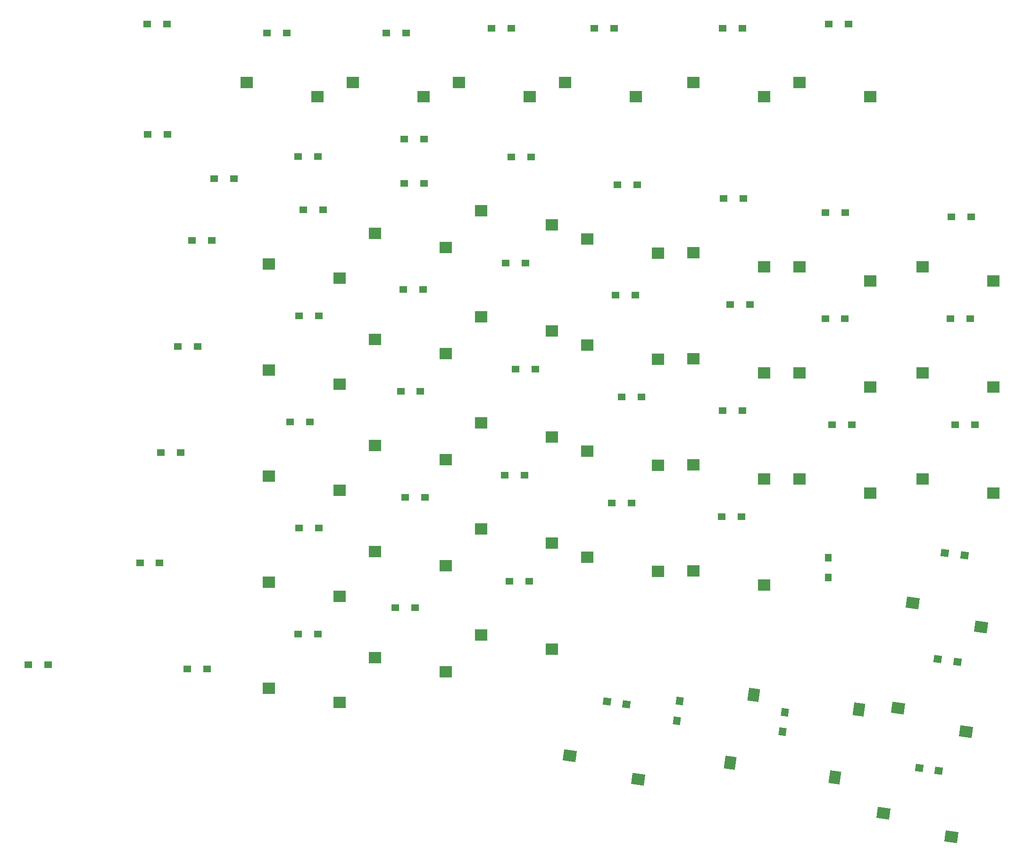
<source format=gbr>
%TF.GenerationSoftware,KiCad,Pcbnew,(6.0.5-0)*%
%TF.CreationDate,2023-01-14T19:39:34-08:00*%
%TF.ProjectId,ergodonk_pcb,6572676f-646f-46e6-9b5f-7063622e6b69,rev?*%
%TF.SameCoordinates,Original*%
%TF.FileFunction,Paste,Top*%
%TF.FilePolarity,Positive*%
%FSLAX46Y46*%
G04 Gerber Fmt 4.6, Leading zero omitted, Abs format (unit mm)*
G04 Created by KiCad (PCBNEW (6.0.5-0)) date 2023-01-14 19:39:34*
%MOMM*%
%LPD*%
G01*
G04 APERTURE LIST*
G04 Aperture macros list*
%AMRotRect*
0 Rectangle, with rotation*
0 The origin of the aperture is its center*
0 $1 length*
0 $2 width*
0 $3 Rotation angle, in degrees counterclockwise*
0 Add horizontal line*
21,1,$1,$2,0,0,$3*%
G04 Aperture macros list end*
%ADD10R,2.300000X2.000000*%
%ADD11R,1.400000X1.300000*%
%ADD12RotRect,2.300000X2.000000X82.000000*%
%ADD13RotRect,1.400000X1.300000X352.000000*%
%ADD14RotRect,2.300000X2.000000X352.000000*%
%ADD15RotRect,1.400000X1.300000X82.000000*%
%ADD16R,1.300000X1.400000*%
G04 APERTURE END LIST*
D10*
%TO.C,SWLH14*%
X107300000Y-60555000D03*
X120000000Y-63095000D03*
%TD*%
D11*
%TO.C,D50*%
X29556250Y-142031250D03*
X26006250Y-142031250D03*
%TD*%
D10*
%TO.C,SWLH33*%
X88250000Y-102655000D03*
X100950000Y-105195000D03*
%TD*%
D12*
%TO.C,SWLH57*%
X170826702Y-162317855D03*
X175109481Y-150094950D03*
%TD*%
D11*
%TO.C,D11*%
X58925000Y-65831250D03*
X55375000Y-65831250D03*
%TD*%
%TO.C,D53*%
X95437500Y-131825000D03*
X91887500Y-131825000D03*
%TD*%
D10*
%TO.C,SWLH35*%
X126350000Y-103655000D03*
X139050000Y-106195000D03*
%TD*%
D11*
%TO.C,D42*%
X78162500Y-117481250D03*
X74612500Y-117481250D03*
%TD*%
D13*
%TO.C,D58*%
X192800924Y-141504774D03*
X189285472Y-141010710D03*
%TD*%
D11*
%TO.C,D13*%
X97025000Y-55625000D03*
X93475000Y-55625000D03*
%TD*%
%TO.C,D54*%
X115900000Y-127031250D03*
X112350000Y-127031250D03*
%TD*%
D10*
%TO.C,SWLH12*%
X69200000Y-70055000D03*
X81900000Y-72595000D03*
%TD*%
%TO.C,SWLH43*%
X88250000Y-121705000D03*
X100950000Y-124245000D03*
%TD*%
%TO.C,SWLH2*%
X65200000Y-37505000D03*
X77900000Y-40045000D03*
%TD*%
D11*
%TO.C,D52*%
X77975000Y-136531250D03*
X74425000Y-136531250D03*
%TD*%
%TO.C,D3*%
X93818750Y-28575000D03*
X90268750Y-28575000D03*
%TD*%
%TO.C,D15*%
X135312500Y-55831250D03*
X131762500Y-55831250D03*
%TD*%
%TO.C,D36*%
X154175000Y-96431250D03*
X150625000Y-96431250D03*
%TD*%
%TO.C,D22*%
X78162500Y-79381250D03*
X74612500Y-79381250D03*
%TD*%
D10*
%TO.C,SWLH53*%
X88250000Y-140755000D03*
X100950000Y-143295000D03*
%TD*%
%TO.C,SWLH3*%
X84250000Y-37505000D03*
X96950000Y-40045000D03*
%TD*%
D11*
%TO.C,D_sol_1*%
X59343750Y-54768750D03*
X62893750Y-54768750D03*
%TD*%
D10*
%TO.C,SWLH45*%
X126350000Y-122705000D03*
X139050000Y-125245000D03*
%TD*%
D11*
%TO.C,D1*%
X50925000Y-26987500D03*
X47375000Y-26987500D03*
%TD*%
%TO.C,D6*%
X154175000Y-27781250D03*
X150625000Y-27781250D03*
%TD*%
D14*
%TO.C,SWLH68*%
X179494062Y-168691143D03*
X191716967Y-172973922D03*
%TD*%
D10*
%TO.C,SWLH27*%
X164450000Y-89605000D03*
X177150000Y-92145000D03*
%TD*%
%TO.C,SWLH4*%
X103300000Y-37505000D03*
X116000000Y-40045000D03*
%TD*%
D14*
%TO.C,SWLH65*%
X123231648Y-158379324D03*
X135454553Y-162662103D03*
%TD*%
D10*
%TO.C,SWLH22*%
X69200000Y-89105000D03*
X81900000Y-91645000D03*
%TD*%
D11*
%TO.C,D18*%
X195275000Y-61625000D03*
X191725000Y-61625000D03*
%TD*%
%TO.C,D27*%
X172606250Y-79881250D03*
X169056250Y-79881250D03*
%TD*%
D10*
%TO.C,SWLH16*%
X145400000Y-68055000D03*
X158100000Y-70595000D03*
%TD*%
D11*
%TO.C,D31*%
X53368750Y-103931250D03*
X49818750Y-103931250D03*
%TD*%
D14*
%TO.C,SWLH58*%
X182145309Y-149826536D03*
X194368214Y-154109315D03*
%TD*%
D10*
%TO.C,SWLH44*%
X107300000Y-117705000D03*
X120000000Y-120245000D03*
%TD*%
D11*
%TO.C,D46*%
X154000000Y-115481250D03*
X150450000Y-115481250D03*
%TD*%
%TO.C,D35*%
X136106250Y-93931250D03*
X132556250Y-93931250D03*
%TD*%
%TO.C,D17*%
X172618750Y-60831250D03*
X169068750Y-60831250D03*
%TD*%
%TO.C,D21*%
X56368750Y-84881250D03*
X52818750Y-84881250D03*
%TD*%
%TO.C,D16*%
X154362500Y-58331250D03*
X150812500Y-58331250D03*
%TD*%
D10*
%TO.C,SWLH52*%
X69200000Y-146255000D03*
X81900000Y-148795000D03*
%TD*%
D11*
%TO.C,D23*%
X96837500Y-74675000D03*
X93287500Y-74675000D03*
%TD*%
%TO.C,D34*%
X117056250Y-88931250D03*
X113506250Y-88931250D03*
%TD*%
D12*
%TO.C,SWLH56*%
X151957746Y-159697553D03*
X156240525Y-147474648D03*
%TD*%
D11*
%TO.C,H1*%
X77975000Y-50800000D03*
X74425000Y-50800000D03*
%TD*%
%TO.C,D4*%
X112681250Y-27781250D03*
X109131250Y-27781250D03*
%TD*%
D13*
%TO.C,D68*%
X189426480Y-161069293D03*
X185911028Y-160575229D03*
%TD*%
D10*
%TO.C,SWLH28*%
X186500000Y-89605000D03*
X199200000Y-92145000D03*
%TD*%
%TO.C,SWLH26*%
X145400000Y-87105000D03*
X158100000Y-89645000D03*
%TD*%
%TO.C,SWLH24*%
X107300000Y-79605000D03*
X120000000Y-82145000D03*
%TD*%
%TO.C,SWLH7*%
X164450000Y-37505000D03*
X177150000Y-40045000D03*
%TD*%
D15*
%TO.C,D57*%
X161853738Y-150592449D03*
X161359674Y-154107901D03*
%TD*%
D11*
%TO.C,D7*%
X173225000Y-26987500D03*
X169675000Y-26987500D03*
%TD*%
D10*
%TO.C,SWLH38*%
X186500000Y-108655000D03*
X199200000Y-111195000D03*
%TD*%
%TO.C,SWLH6*%
X145400000Y-37505000D03*
X158100000Y-40045000D03*
%TD*%
D11*
%TO.C,D41*%
X49587500Y-123775000D03*
X46037500Y-123775000D03*
%TD*%
D10*
%TO.C,SWLH46*%
X145400000Y-125205000D03*
X158100000Y-127745000D03*
%TD*%
D11*
%TO.C,D2*%
X72387500Y-28575000D03*
X68837500Y-28575000D03*
%TD*%
%TO.C,D24*%
X115281250Y-69881250D03*
X111731250Y-69881250D03*
%TD*%
%TO.C,D5*%
X131125000Y-27781250D03*
X127575000Y-27781250D03*
%TD*%
D10*
%TO.C,SWLH34*%
X107300000Y-98655000D03*
X120000000Y-101195000D03*
%TD*%
D11*
%TO.C,D12*%
X78956250Y-60331250D03*
X75406250Y-60331250D03*
%TD*%
%TO.C,D33*%
X96406250Y-92931250D03*
X92856250Y-92931250D03*
%TD*%
%TO.C,D45*%
X134331250Y-112981250D03*
X130781250Y-112981250D03*
%TD*%
D10*
%TO.C,SWLH37*%
X164450000Y-108655000D03*
X177150000Y-111195000D03*
%TD*%
D11*
%TO.C,D43*%
X97212500Y-111981250D03*
X93662500Y-111981250D03*
%TD*%
D10*
%TO.C,SWLH5*%
X122350000Y-37505000D03*
X135050000Y-40045000D03*
%TD*%
D11*
%TO.C,D26*%
X155575000Y-77381250D03*
X152025000Y-77381250D03*
%TD*%
D10*
%TO.C,SWLH42*%
X69200000Y-127205000D03*
X81900000Y-129745000D03*
%TD*%
D14*
%TO.C,SWLH48*%
X184796557Y-130961930D03*
X197019462Y-135244709D03*
%TD*%
D10*
%TO.C,SWLH32*%
X69200000Y-108155000D03*
X81900000Y-110695000D03*
%TD*%
D11*
%TO.C,D38*%
X195893750Y-98931250D03*
X192343750Y-98931250D03*
%TD*%
D10*
%TO.C,SWLH23*%
X88250000Y-83605000D03*
X100950000Y-86145000D03*
%TD*%
D11*
%TO.C,J_SOL_1*%
X50987500Y-46831250D03*
X47437500Y-46831250D03*
%TD*%
%TO.C,D14*%
X116262500Y-50831250D03*
X112712500Y-50831250D03*
%TD*%
D10*
%TO.C,SWLH36*%
X145400000Y-106155000D03*
X158100000Y-108695000D03*
%TD*%
D11*
%TO.C,D37*%
X173843750Y-98931250D03*
X170293750Y-98931250D03*
%TD*%
%TO.C,J1*%
X97025000Y-47625000D03*
X93475000Y-47625000D03*
%TD*%
D10*
%TO.C,SWLH17*%
X164450000Y-70555000D03*
X177150000Y-73095000D03*
%TD*%
%TO.C,SWLH54*%
X107300000Y-136755000D03*
X120000000Y-139295000D03*
%TD*%
D11*
%TO.C,D44*%
X115093750Y-107981250D03*
X111543750Y-107981250D03*
%TD*%
D15*
%TO.C,D56*%
X142900409Y-148572497D03*
X142406345Y-152087949D03*
%TD*%
D10*
%TO.C,SWLH18*%
X186500000Y-70555000D03*
X199200000Y-73095000D03*
%TD*%
D11*
%TO.C,D32*%
X76575000Y-98431250D03*
X73025000Y-98431250D03*
%TD*%
D16*
%TO.C,D47*%
X169568750Y-126387500D03*
X169568750Y-122837500D03*
%TD*%
D11*
%TO.C,D25*%
X134950000Y-75675000D03*
X131400000Y-75675000D03*
%TD*%
D10*
%TO.C,SWLH25*%
X126350000Y-84605000D03*
X139050000Y-87145000D03*
%TD*%
%TO.C,SWLH13*%
X88250000Y-64555000D03*
X100950000Y-67095000D03*
%TD*%
D13*
%TO.C,D48*%
X194053418Y-122443585D03*
X190537966Y-121949521D03*
%TD*%
D11*
%TO.C,D28*%
X195087500Y-79881250D03*
X191537500Y-79881250D03*
%TD*%
%TO.C,D51*%
X58131250Y-142825000D03*
X54581250Y-142825000D03*
%TD*%
D13*
%TO.C,D65*%
X133385003Y-149185424D03*
X129869551Y-148691360D03*
%TD*%
D10*
%TO.C,SWLH15*%
X126350000Y-65555000D03*
X139050000Y-68095000D03*
%TD*%
M02*

</source>
